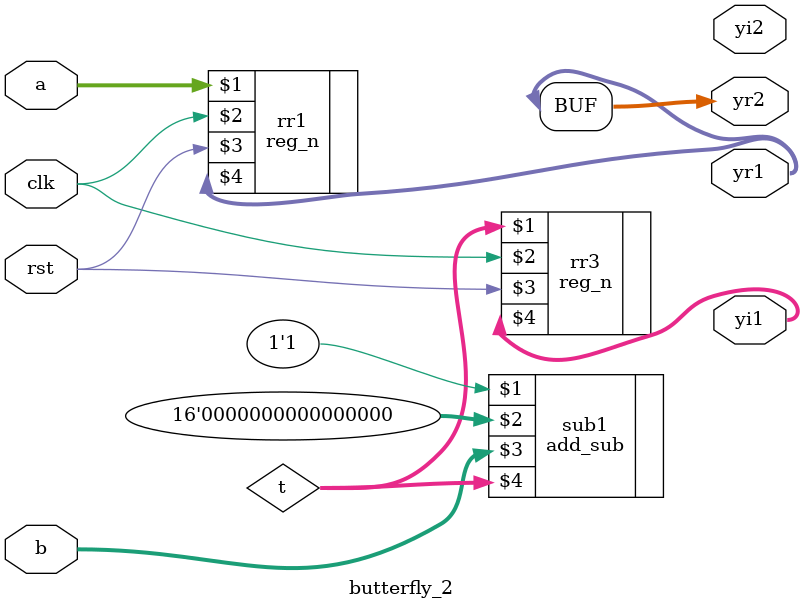
<source format=v>





module butterfly_2(a,b,clk,rst,yr1,yr2,yi1,yi2);
    parameter N = 4;
    input  [(2**N)-1:0] a,b;
    input clk,rst;
    output [(2**N)-1:0] yr1,yr2,yi1,yi2; //output for real number and imaginary number
    wire [(2**N)-1:0] t;

    parameter zero_real = 16'b0000000000000000;

    reg_n rr1 (a,clk,rst,yr1);
    add_sub sub1(1'b1,zero_real,b,t); //s1 = 0-b
    reg_n rr3 (t,clk,rst,yi1);
    assign yr2 = yr1;
 

endmodule



</source>
